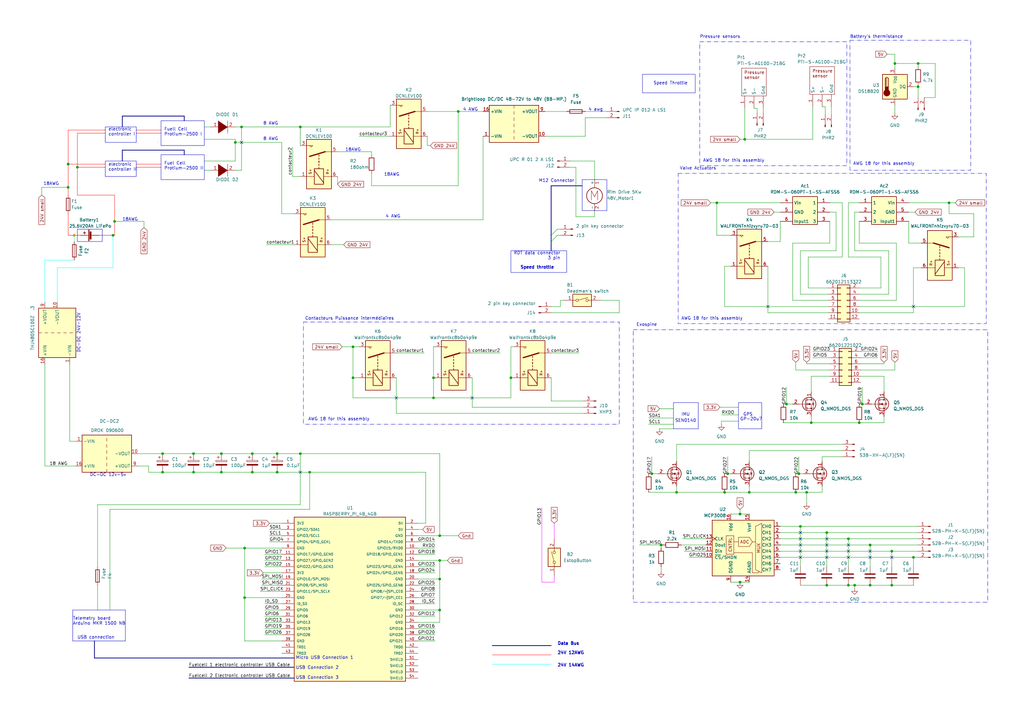
<source format=kicad_sch>
(kicad_sch (version 20230121) (generator eeschema)
  (paper "A3")
  (junction (at 90.805 186.055))
  (junction (at 322.58 165.735))
  (junction (at 46.355 96.52))
  (junction (at 376.555 35.56))
  (junction (at 144.78 142.24))
  (junction (at 339.09 240.03))
  (junction (at 376.555 26.035))
  (junction (at 103.505 186.055))
  (junction (at 27.94 76.835))
  (junction (at 347.98 240.03))
  (junction (at 123.19 186.055))
  (junction (at 305.435 57.15))
  (junction (at 389.255 83.185))
  (junction (at 374.65 228.6))
  (junction (at 352.425 173.355))
  (junction (at 177.8 163.195))
  (junction (at 90.805 193.675))
  (junction (at 79.375 193.675))
  (junction (at 298.45 194.31))
  (junction (at 365.76 226.06))
  (junction (at 339.09 218.44))
  (junction (at 113.665 193.675))
  (junction (at 347.98 220.98))
  (junction (at 180.34 250.19))
  (junction (at 367.03 26.035))
  (junction (at 180.34 219.71))
  (junction (at 31.75 68.58))
  (junction (at 267.335 194.31))
  (junction (at 99.06 52.07))
  (junction (at 330.835 201.93))
  (junction (at 326.39 201.93))
  (junction (at 144.78 154.94))
  (junction (at 187.96 45.72))
  (junction (at 123.19 52.07))
  (junction (at 332.74 173.355))
  (junction (at 180.34 229.87))
  (junction (at 66.675 186.055))
  (junction (at 350.52 240.03))
  (junction (at 307.34 201.93))
  (junction (at 294.005 83.185))
  (junction (at 66.675 193.675))
  (junction (at 30.48 96.52) (color 221 133 0 1))
  (junction (at 303.53 210.82))
  (junction (at 177.8 154.94))
  (junction (at 113.665 186.055))
  (junction (at 209.55 154.94))
  (junction (at 79.375 186.055))
  (junction (at 100.33 245.11))
  (junction (at 96.52 58.42))
  (junction (at 303.53 238.76))
  (junction (at 356.87 240.03))
  (junction (at 271.145 223.52))
  (junction (at 127 193.675))
  (junction (at 277.495 201.93))
  (junction (at 353.695 165.735))
  (junction (at 46.99 90.805))
  (junction (at 27.94 67.31))
  (junction (at 365.76 240.03))
  (junction (at 327.66 194.31))
  (junction (at 100.33 224.79))
  (junction (at 103.505 193.675))
  (junction (at 356.87 223.52))
  (junction (at 297.18 201.93))
  (junction (at 180.34 237.49))
  (junction (at 328.295 215.9))
  (no_connect (at 347.98 223.52))
  (no_connect (at 123.19 193.675))
  (no_connect (at 314.96 125.73))
  (no_connect (at 365.76 228.6))
  (no_connect (at 339.09 228.6))
  (no_connect (at 374.65 125.73))
  (no_connect (at 328.295 228.6))
  (no_connect (at 356.87 226.06))
  (no_connect (at 347.98 226.06))
  (no_connect (at 347.98 228.6))
  (no_connect (at 328.295 226.06))
  (no_connect (at 99.06 58.42))
  (no_connect (at 162.56 163.195))
  (no_connect (at 356.87 228.6))
  (no_connect (at 193.675 163.195))
  (no_connect (at 339.09 226.06))
  (no_connect (at 328.295 220.98))
  (no_connect (at 339.09 220.98))
  (no_connect (at 339.09 223.52))
  (no_connect (at 328.295 218.44))
  (no_connect (at 328.295 223.52))
  (bus_entry (at 228.6 93.98) (size -2.54 2.54))
  (bus_entry (at 228.6 96.52) (size -2.54 2.54))
  (wire (pts (xy 277.495 199.39) (xy 277.495 201.93)))
  (wire (pts (xy 362.585 154.305) (xy 362.585 160.655)))
  (wire (pts (xy 152.4 62.23) (xy 152.4 63.5)))
  (wire (pts (xy 340.36 86.995) (xy 342.9 86.995)))
  (wire (pts (xy 110.49 222.25) (xy 115.57 222.25)))
  (wire (pts (xy 374.65 240.03) (xy 365.76 240.03)))
  (bus (pts (xy 77.47 273.685) (xy 120.65 273.685)))
  (wire (pts (xy 162.56 144.78) (xy 173.99 144.78)))
  (wire (pts (xy 178.435 222.25) (xy 171.45 222.25)))
  (wire (pts (xy 294.005 83.185) (xy 320.04 83.185)))
  (polyline (pts (xy 29.845 250.19) (xy 29.845 262.89)))
  (wire (pts (xy 353.06 149.225) (xy 362.585 149.225)))
  (wire (pts (xy 83.82 52.07) (xy 86.36 52.07)))
  (wire (pts (xy 178.435 262.89) (xy 171.45 262.89)))
  (wire (pts (xy 120.65 100.33) (xy 109.22 100.33)))
  (wire (pts (xy 107.315 237.49) (xy 115.57 237.49)))
  (wire (pts (xy 330.835 201.93) (xy 337.185 201.93)))
  (wire (pts (xy 280.67 226.06) (xy 289.56 226.06)))
  (wire (pts (xy 254 128.27) (xy 254 123.19)))
  (wire (pts (xy 180.34 250.19) (xy 180.34 255.27)))
  (wire (pts (xy 79.375 186.055) (xy 90.805 186.055)))
  (wire (pts (xy 223.52 45.72) (xy 232.41 45.72)))
  (wire (pts (xy 337.185 201.93) (xy 337.185 199.39)))
  (wire (pts (xy 367.665 99.695) (xy 367.665 123.19)))
  (wire (pts (xy 187.96 45.72) (xy 187.96 76.2)))
  (wire (pts (xy 178.435 242.57) (xy 171.45 242.57)))
  (wire (pts (xy 364.49 120.65) (xy 352.425 120.65)))
  (wire (pts (xy 352.425 86.995) (xy 350.52 86.995)))
  (wire (pts (xy 113.665 193.675) (xy 127 193.675)))
  (wire (pts (xy 178.435 245.11) (xy 171.45 245.11)))
  (wire (pts (xy 226.06 164.465) (xy 226.06 154.94)))
  (wire (pts (xy 298.45 187.325) (xy 298.45 194.31)))
  (wire (pts (xy 347.98 105.41) (xy 361.315 105.41)))
  (wire (pts (xy 331.47 105.41) (xy 331.47 118.11)))
  (wire (pts (xy 340.36 151.765) (xy 326.39 151.765)))
  (wire (pts (xy 55.88 54.61) (xy 66.04 54.61)) (stroke (width 0) (color 255 0 0 1)))
  (wire (pts (xy 305.435 57.15) (xy 333.375 57.15)))
  (wire (pts (xy 340.36 149.225) (xy 330.835 149.225)))
  (wire (pts (xy 239.395 167.005) (xy 193.675 167.005)))
  (wire (pts (xy 23.495 109.855) (xy 23.495 123.825)) (stroke (width 0) (color 0 255 255 1)))
  (wire (pts (xy 100.33 245.11) (xy 115.57 245.11)))
  (wire (pts (xy 330.835 206.375) (xy 330.835 201.93)))
  (wire (pts (xy 115.57 87.63) (xy 120.65 87.63)))
  (wire (pts (xy 30.48 96.52) (xy 30.48 99.06)) (stroke (width 0) (color 0 255 255 1)))
  (wire (pts (xy 138.43 72.39) (xy 138.43 75.565)))
  (wire (pts (xy 340.36 99.695) (xy 325.12 99.695)))
  (wire (pts (xy 27.94 53.34) (xy 43.18 53.34)) (stroke (width 0) (color 255 0 0 1)))
  (wire (pts (xy 277.495 201.93) (xy 297.18 201.93)))
  (wire (pts (xy 171.45 255.27) (xy 180.34 255.27)))
  (wire (pts (xy 339.09 218.44) (xy 320.04 218.44)))
  (wire (pts (xy 340.36 83.185) (xy 345.44 83.185)))
  (wire (pts (xy 27.94 96.52) (xy 30.48 96.52)) (stroke (width 0) (color 255 0 0 1)))
  (wire (pts (xy 103.505 186.055) (xy 113.665 186.055)))
  (wire (pts (xy 99.06 52.07) (xy 99.06 69.85)) (stroke (width 0) (color 0 132 0 1)))
  (wire (pts (xy 144.78 154.94) (xy 147.32 154.94)))
  (wire (pts (xy 108.585 227.33) (xy 115.57 227.33)))
  (wire (pts (xy 222.25 238.76) (xy 227.33 238.76)) (stroke (width 0) (color 255 0 255 1)))
  (wire (pts (xy 233.68 66.04) (xy 243.84 66.04)))
  (wire (pts (xy 110.49 214.63) (xy 115.57 214.63)))
  (wire (pts (xy 60.96 193.675) (xy 66.675 193.675)))
  (wire (pts (xy 108.585 252.73) (xy 115.57 252.73)))
  (wire (pts (xy 298.45 194.31) (xy 299.72 194.31)))
  (wire (pts (xy 376.555 228.6) (xy 374.65 228.6)))
  (wire (pts (xy 171.45 219.71) (xy 180.34 219.71)))
  (wire (pts (xy 325.12 123.19) (xy 339.725 123.19)))
  (wire (pts (xy 314.96 128.27) (xy 339.725 128.27)))
  (wire (pts (xy 277.495 182.245) (xy 345.44 182.245)))
  (wire (pts (xy 90.805 193.675) (xy 103.505 193.675)))
  (wire (pts (xy 372.745 99.695) (xy 372.745 90.805)))
  (wire (pts (xy 108.585 247.65) (xy 115.57 247.65)))
  (wire (pts (xy 267.335 194.31) (xy 269.875 194.31)))
  (wire (pts (xy 240.03 55.88) (xy 240.03 48.26)))
  (wire (pts (xy 144.78 142.24) (xy 144.78 154.94)))
  (wire (pts (xy 46.99 90.805) (xy 46.99 96.52)) (stroke (width 0) (color 255 0 0 1)))
  (wire (pts (xy 339.09 218.44) (xy 339.09 232.41)))
  (wire (pts (xy 144.78 154.94) (xy 144.78 163.195)))
  (wire (pts (xy 374.65 109.855) (xy 374.65 128.27)))
  (wire (pts (xy 79.375 193.675) (xy 90.805 193.675)))
  (wire (pts (xy 40.005 240.03) (xy 40.005 250.19)))
  (wire (pts (xy 17.145 76.835) (xy 27.94 76.835)))
  (wire (pts (xy 178.435 232.41) (xy 171.45 232.41)))
  (wire (pts (xy 352.425 173.355) (xy 362.585 173.355)))
  (wire (pts (xy 353.695 165.735) (xy 354.965 165.735)))
  (wire (pts (xy 352.425 83.185) (xy 347.98 83.185)))
  (wire (pts (xy 31.75 68.58) (xy 43.18 68.58)) (stroke (width 0) (color 255 0 0 1)))
  (wire (pts (xy 322.58 158.75) (xy 322.58 165.735)))
  (bus (pts (xy 120.65 278.13) (xy 77.47 278.13)))
  (wire (pts (xy 180.34 229.87) (xy 180.34 237.49)))
  (wire (pts (xy 123.19 186.055) (xy 123.19 207.01)))
  (wire (pts (xy 108.585 229.87) (xy 115.57 229.87)))
  (wire (pts (xy 178.435 247.65) (xy 171.45 247.65)))
  (wire (pts (xy 307.34 184.785) (xy 345.44 184.785)))
  (wire (pts (xy 372.745 83.185) (xy 389.255 83.185)))
  (wire (pts (xy 333.375 57.15) (xy 333.375 43.815)))
  (wire (pts (xy 110.49 219.71) (xy 115.57 219.71)))
  (wire (pts (xy 174.625 214.63) (xy 171.45 214.63)))
  (wire (pts (xy 340.36 90.805) (xy 340.36 99.695)))
  (wire (pts (xy 108.585 260.35) (xy 115.57 260.35)))
  (wire (pts (xy 178.435 227.33) (xy 171.45 227.33)))
  (wire (pts (xy 297.18 201.93) (xy 307.34 201.93)))
  (wire (pts (xy 389.255 83.185) (xy 391.795 83.185)))
  (wire (pts (xy 332.74 173.355) (xy 352.425 173.355)))
  (wire (pts (xy 297.18 194.31) (xy 298.45 194.31)))
  (wire (pts (xy 295.91 170.18) (xy 302.895 170.18)))
  (wire (pts (xy 180.34 237.49) (xy 180.34 250.19)))
  (wire (pts (xy 66.675 193.675) (xy 79.375 193.675)))
  (wire (pts (xy 360.045 146.685) (xy 353.06 146.685)))
  (wire (pts (xy 295.275 167.005) (xy 302.895 167.005)))
  (wire (pts (xy 320.04 215.9) (xy 328.295 215.9)))
  (wire (pts (xy 356.87 223.52) (xy 356.87 232.41)))
  (wire (pts (xy 326.39 201.93) (xy 330.835 201.93)))
  (wire (pts (xy 347.98 220.98) (xy 347.98 232.41)))
  (wire (pts (xy 271.145 223.52) (xy 271.145 224.79)))
  (wire (pts (xy 31.115 180.975) (xy 28.575 180.975)))
  (wire (pts (xy 254 123.19) (xy 246.38 123.19)))
  (wire (pts (xy 356.87 240.03) (xy 350.52 240.03)))
  (wire (pts (xy 100.33 245.11) (xy 100.33 262.89)))
  (wire (pts (xy 337.185 187.325) (xy 345.44 187.325)))
  (polyline (pts (xy 51.435 250.19) (xy 51.435 262.89)))
  (wire (pts (xy 96.52 66.04) (xy 96.52 58.42)))
  (wire (pts (xy 294.005 83.185) (xy 291.465 83.185)))
  (wire (pts (xy 307.34 201.93) (xy 326.39 201.93)))
  (wire (pts (xy 389.255 87.63) (xy 389.255 83.185)))
  (wire (pts (xy 310.515 44.45) (xy 310.515 46.355)))
  (wire (pts (xy 364.49 102.87) (xy 364.49 120.65)))
  (wire (pts (xy 399.415 97.155) (xy 399.415 87.63)))
  (wire (pts (xy 266.065 171.45) (xy 276.225 171.45)))
  (wire (pts (xy 177.8 154.94) (xy 178.435 154.94)))
  (wire (pts (xy 266.065 173.99) (xy 276.225 173.99)))
  (wire (pts (xy 209.55 154.94) (xy 210.82 154.94)))
  (wire (pts (xy 350.52 86.995) (xy 350.52 102.87)))
  (wire (pts (xy 374.65 128.27) (xy 352.425 128.27)))
  (wire (pts (xy 338.455 46.99) (xy 338.455 43.815)))
  (wire (pts (xy 362.585 148.59) (xy 362.585 149.225)))
  (wire (pts (xy 138.43 62.23) (xy 152.4 62.23)))
  (wire (pts (xy 314.96 109.22) (xy 314.96 128.27)))
  (wire (pts (xy 222.25 208.28) (xy 222.25 238.76)) (stroke (width 0) (color 255 0 255 1)))
  (wire (pts (xy 18.415 106.68) (xy 18.415 123.825)) (stroke (width 0) (color 0 255 255 1)))
  (wire (pts (xy 277.495 189.23) (xy 277.495 182.245)))
  (wire (pts (xy 313.055 44.45) (xy 313.055 46.355)))
  (wire (pts (xy 331.47 118.11) (xy 339.725 118.11)))
  (wire (pts (xy 135.89 90.17) (xy 198.12 90.17)))
  (wire (pts (xy 367.665 123.19) (xy 352.425 123.19)))
  (wire (pts (xy 367.03 22.225) (xy 367.03 26.035)))
  (wire (pts (xy 353.06 144.145) (xy 360.045 144.145)))
  (wire (pts (xy 27.94 87.63) (xy 27.94 96.52)) (stroke (width 0) (color 255 0 0 1)))
  (wire (pts (xy 28.575 149.225) (xy 28.575 180.975)))
  (wire (pts (xy 178.435 257.81) (xy 171.45 257.81)))
  (wire (pts (xy 305.435 44.45) (xy 305.435 57.15)))
  (wire (pts (xy 18.415 149.225) (xy 18.415 191.135)))
  (wire (pts (xy 377.825 99.695) (xy 372.745 99.695)))
  (wire (pts (xy 289.56 220.98) (xy 280.035 220.98)))
  (wire (pts (xy 361.315 105.41) (xy 361.315 118.11)))
  (wire (pts (xy 376.555 34.925) (xy 376.555 35.56)))
  (wire (pts (xy 376.555 223.52) (xy 356.87 223.52)))
  (wire (pts (xy 393.065 97.155) (xy 399.415 97.155)))
  (wire (pts (xy 345.44 83.185) (xy 345.44 105.41)))
  (bus (pts (xy 50.165 61.595) (xy 50.165 66.04)))
  (bus (pts (xy 226.06 99.06) (xy 226.06 102.87)))
  (wire (pts (xy 239.395 169.545) (xy 162.56 169.545)))
  (wire (pts (xy 333.375 144.145) (xy 340.36 144.145)))
  (wire (pts (xy 193.675 167.005) (xy 193.675 154.94)))
  (wire (pts (xy 270.51 167.64) (xy 276.225 167.64)))
  (wire (pts (xy 83.82 57.15) (xy 96.52 57.15)))
  (wire (pts (xy 289.56 223.52) (xy 279.4 223.52)))
  (wire (pts (xy 320.04 99.06) (xy 320.04 90.805)))
  (wire (pts (xy 367.03 26.035) (xy 376.555 26.035)))
  (wire (pts (xy 383.54 26.035) (xy 376.555 26.035)))
  (wire (pts (xy 236.22 88.9) (xy 243.84 88.9)))
  (wire (pts (xy 376.555 220.98) (xy 347.98 220.98)))
  (wire (pts (xy 356.87 223.52) (xy 320.04 223.52)))
  (wire (pts (xy 376.555 226.06) (xy 365.76 226.06)))
  (wire (pts (xy 375.285 86.995) (xy 372.745 86.995)))
  (wire (pts (xy 55.88 68.58) (xy 66.04 68.58)) (stroke (width 0) (color 255 0 0 1)))
  (wire (pts (xy 173.355 217.17) (xy 171.45 217.17)))
  (wire (pts (xy 328.295 215.9) (xy 328.295 232.41)))
  (polyline (pts (xy 51.435 262.89) (xy 29.845 262.89)))
  (bus (pts (xy 75.565 47.625) (xy 75.565 49.53)))
  (wire (pts (xy 347.98 220.98) (xy 320.04 220.98)))
  (wire (pts (xy 367.03 26.035) (xy 367.03 27.94)))
  (wire (pts (xy 327.66 194.31) (xy 329.565 194.31)))
  (wire (pts (xy 108.585 257.81) (xy 115.57 257.81)))
  (wire (pts (xy 347.98 240.03) (xy 339.09 240.03)))
  (wire (pts (xy 40.64 96.52) (xy 46.355 96.52)) (stroke (width 0) (color 255 0 0 1)))
  (wire (pts (xy 239.395 164.465) (xy 226.06 164.465)))
  (wire (pts (xy 123.19 207.01) (xy 40.005 207.01)))
  (wire (pts (xy 350.52 102.87) (xy 364.49 102.87)))
  (wire (pts (xy 229.87 123.19) (xy 229.87 125.73)))
  (wire (pts (xy 297.18 125.73) (xy 297.18 109.22)))
  (wire (pts (xy 187.96 45.72) (xy 198.12 45.72)))
  (wire (pts (xy 46.355 96.52) (xy 46.355 109.855)) (stroke (width 0) (color 0 255 255 1)))
  (wire (pts (xy 45.085 208.915) (xy 45.085 250.19)))
  (wire (pts (xy 326.39 148.59) (xy 326.39 151.765)))
  (wire (pts (xy 243.84 66.04) (xy 243.84 73.66)))
  (wire (pts (xy 113.665 186.055) (xy 123.19 186.055)))
  (wire (pts (xy 193.675 144.78) (xy 205.105 144.78)))
  (bus (pts (xy 75.565 61.595) (xy 50.165 61.595)))
  (wire (pts (xy 103.505 193.675) (xy 113.665 193.675)))
  (wire (pts (xy 352.425 125.73) (xy 395.605 125.73)))
  (wire (pts (xy 177.8 163.195) (xy 177.8 154.94)))
  (wire (pts (xy 96.52 58.42) (xy 96.52 57.15)))
  (wire (pts (xy 322.58 165.735) (xy 325.12 165.735)))
  (wire (pts (xy 317.5 86.995) (xy 320.04 86.995)))
  (wire (pts (xy 383.54 40.005) (xy 383.54 26.035)))
  (wire (pts (xy 395.605 125.73) (xy 395.605 109.855)))
  (wire (pts (xy 209.55 163.195) (xy 209.55 154.94)))
  (wire (pts (xy 175.26 59.69) (xy 176.53 59.69)))
  (wire (pts (xy 307.34 199.39) (xy 307.34 201.93)))
  (wire (pts (xy 282.575 228.6) (xy 289.56 228.6)))
  (wire (pts (xy 395.605 109.855) (xy 393.065 109.855)))
  (wire (pts (xy 180.34 229.87) (xy 171.45 229.87)))
  (wire (pts (xy 209.55 142.24) (xy 210.82 142.24)))
  (wire (pts (xy 55.88 67.31) (xy 66.04 67.31)) (stroke (width 0) (color 255 0 0 1)))
  (wire (pts (xy 328.295 120.65) (xy 339.725 120.65)))
  (wire (pts (xy 100.33 224.79) (xy 100.33 245.11)))
  (wire (pts (xy 353.06 154.305) (xy 362.585 154.305)))
  (wire (pts (xy 340.995 43.815) (xy 340.995 46.99)))
  (wire (pts (xy 352.425 90.805) (xy 352.425 99.695)))
  (wire (pts (xy 328.295 215.9) (xy 376.555 215.9)))
  (wire (pts (xy 27.94 67.31) (xy 43.18 67.31)) (stroke (width 0) (color 255 0 0 1)))
  (wire (pts (xy 127 193.675) (xy 174.625 193.675)))
  (wire (pts (xy 59.055 90.805) (xy 59.055 93.345)))
  (wire (pts (xy 248.92 45.72) (xy 240.03 45.72)))
  (wire (pts (xy 140.335 142.24) (xy 144.78 142.24)))
  (wire (pts (xy 376.555 26.035) (xy 376.555 27.305)))
  (wire (pts (xy 31.75 68.58) (xy 31.75 80.01)) (stroke (width 0) (color 255 0 0 1)))
  (bus (pts (xy 226.06 76.2) (xy 226.06 96.52)))
  (wire (pts (xy 271.145 223.52) (xy 262.255 223.52)))
  (wire (pts (xy 307.34 238.76) (xy 303.53 238.76)))
  (wire (pts (xy 266.065 201.93) (xy 277.495 201.93)))
  (wire (pts (xy 96.52 58.42) (xy 115.57 58.42)))
  (wire (pts (xy 152.4 76.2) (xy 187.96 76.2)))
  (wire (pts (xy 160.02 43.18) (xy 160.02 52.07)))
  (bus (pts (xy 75.565 47.625) (xy 50.165 47.625)))
  (wire (pts (xy 31.115 191.135) (xy 18.415 191.135)))
  (wire (pts (xy 127 193.675) (xy 127 208.915)))
  (wire (pts (xy 100.33 262.89) (xy 115.57 262.89)))
  (bus (pts (xy 120.65 269.875) (xy 38.735 269.875)))
  (wire (pts (xy 108.585 255.27) (xy 115.57 255.27)))
  (wire (pts (xy 56.515 186.055) (xy 66.675 186.055)))
  (wire (pts (xy 108.585 232.41) (xy 115.57 232.41)))
  (wire (pts (xy 228.6 96.52) (xy 229.87 96.52)))
  (wire (pts (xy 178.435 240.03) (xy 171.45 240.03)))
  (wire (pts (xy 376.555 35.56) (xy 376.555 40.005)))
  (wire (pts (xy 178.435 260.35) (xy 171.45 260.35)))
  (wire (pts (xy 180.34 186.055) (xy 123.19 186.055)))
  (wire (pts (xy 90.805 186.055) (xy 103.505 186.055)))
  (wire (pts (xy 40.005 207.01) (xy 40.005 232.41)))
  (wire (pts (xy 231.14 123.19) (xy 229.87 123.19)))
  (wire (pts (xy 294.005 83.185) (xy 294.005 96.52)))
  (polyline (pts (xy 29.845 250.19) (xy 51.435 250.19)))
  (wire (pts (xy 46.355 96.52) (xy 46.99 96.52)) (stroke (width 0) (color 255 0 0 1)))
  (wire (pts (xy 120.015 72.39) (xy 123.19 72.39)))
  (wire (pts (xy 353.06 151.765) (xy 367.03 151.765)))
  (wire (pts (xy 100.33 224.79) (xy 115.57 224.79)))
  (wire (pts (xy 365.76 226.06) (xy 365.76 232.41)))
  (wire (pts (xy 92.71 224.79) (xy 100.33 224.79)))
  (wire (pts (xy 229.87 125.73) (xy 226.06 125.73)))
  (wire (pts (xy 27.94 53.34) (xy 27.94 67.31)) (stroke (width 0) (color 255 0 0 1)))
  (wire (pts (xy 227.33 214.63) (xy 227.33 220.98)) (stroke (width 0) (color 255 0 255 1)))
  (wire (pts (xy 325.12 99.695) (xy 325.12 123.19)))
  (wire (pts (xy 337.185 189.23) (xy 337.185 187.325)))
  (bus (pts (xy 226.06 76.2) (xy 238.76 76.2)))
  (wire (pts (xy 180.34 237.49) (xy 171.45 237.49)))
  (wire (pts (xy 160.02 52.07) (xy 129.54 52.07)))
  (wire (pts (xy 175.26 55.88) (xy 175.26 59.69)))
  (wire (pts (xy 46.99 80.01) (xy 46.99 90.805)) (stroke (width 0) (color 255 0 0 1)))
  (wire (pts (xy 243.84 88.9) (xy 243.84 86.36)))
  (wire (pts (xy 180.34 186.055) (xy 180.34 219.71)))
  (wire (pts (xy 226.06 128.27) (xy 254 128.27)))
  (wire (pts (xy 233.68 68.58) (xy 236.22 68.58)))
  (wire (pts (xy 365.76 226.06) (xy 320.04 226.06)))
  (wire (pts (xy 367.03 46.355) (xy 367.03 43.18)))
  (wire (pts (xy 352.425 165.735) (xy 353.695 165.735)))
  (wire (pts (xy 177.8 142.24) (xy 178.435 142.24)))
  (bus (pts (xy 201.93 264.795) (xy 226.06 264.795)))
  (wire (pts (xy 314.96 99.06) (xy 320.04 99.06)))
  (wire (pts (xy 115.57 58.42) (xy 115.57 87.63)))
  (wire (pts (xy 123.19 52.07) (xy 123.19 59.69)) (stroke (width 0) (color 0 132 0 1)))
  (wire (pts (xy 83.82 66.04) (xy 96.52 66.04)))
  (wire (pts (xy 266.065 194.31) (xy 267.335 194.31)))
  (wire (pts (xy 60.96 193.675) (xy 60.96 191.135)))
  (wire (pts (xy 108.585 250.19) (xy 115.57 250.19)))
  (wire (pts (xy 96.52 52.07) (xy 99.06 52.07)) (stroke (width 0) (color 0 132 0 1)))
  (wire (pts (xy 17.145 76.835) (xy 17.145 80.01)))
  (wire (pts (xy 350.52 240.03) (xy 350.52 241.3)))
  (wire (pts (xy 110.49 217.17) (xy 115.57 217.17)))
  (wire (pts (xy 342.9 86.995) (xy 342.9 102.87)))
  (wire (pts (xy 178.435 252.73) (xy 171.45 252.73)))
  (bus (pts (xy 75.565 61.595) (xy 75.565 63.5)))
  (wire (pts (xy 140.97 100.33) (xy 135.89 100.33)))
  (wire (pts (xy 327.66 187.325) (xy 327.66 194.31)))
  (wire (pts (xy 174.625 193.675) (xy 174.625 214.63)))
  (wire (pts (xy 147.32 55.88) (xy 160.02 55.88)))
  (wire (pts (xy 321.31 165.735) (xy 322.58 165.735)))
  (wire (pts (xy 107.95 234.95) (xy 115.57 234.95)))
  (wire (pts (xy 229.87 93.98) (xy 228.6 93.98)))
  (wire (pts (xy 175.26 45.72) (xy 187.96 45.72)))
  (wire (pts (xy 270.51 175.895) (xy 276.225 175.895)))
  (wire (pts (xy 271.145 232.41) (xy 271.145 234.315)))
  (wire (pts (xy 399.415 87.63) (xy 389.255 87.63)))
  (wire (pts (xy 177.8 163.195) (xy 209.55 163.195)))
  (wire (pts (xy 201.93 268.605) (xy 226.06 268.605)) (stroke (width 0) (color 255 0 0 1)))
  (wire (pts (xy 345.44 105.41) (xy 331.47 105.41)))
  (wire (pts (xy 106.68 242.57) (xy 115.57 242.57)))
  (wire (pts (xy 342.9 102.87) (xy 328.295 102.87)))
  (wire (pts (xy 177.8 154.94) (xy 177.8 142.24)))
  (wire (pts (xy 374.65 109.855) (xy 377.825 109.855)))
  (wire (pts (xy 361.315 118.11) (xy 352.425 118.11)))
  (wire (pts (xy 147.32 142.24) (xy 144.78 142.24)))
  (wire (pts (xy 31.75 80.01) (xy 46.99 80.01)) (stroke (width 0) (color 255 0 0 1)))
  (wire (pts (xy 350.52 240.03) (xy 347.98 240.03)))
  (wire (pts (xy 46.99 90.805) (xy 59.055 90.805)))
  (wire (pts (xy 362.585 170.815) (xy 362.585 173.355)))
  (bus (pts (xy 38.735 262.89) (xy 38.735 269.875)))
  (wire (pts (xy 96.52 69.85) (xy 99.06 69.85)) (stroke (width 0) (color 0 132 0 1)))
  (wire (pts (xy 83.82 69.85) (xy 86.36 69.85)))
  (wire (pts (xy 226.06 144.78) (xy 237.49 144.78)))
  (wire (pts (xy 127 208.915) (xy 45.085 208.915)))
  (wire (pts (xy 379.095 40.005) (xy 383.54 40.005)))
  (wire (pts (xy 330.835 148.59) (xy 330.835 149.225)))
  (wire (pts (xy 294.005 96.52) (xy 299.72 96.52)))
  (wire (pts (xy 180.34 250.19) (xy 171.45 250.19)))
  (wire (pts (xy 201.93 272.415) (xy 226.06 272.415)) (stroke (width 0) (color 0 255 255 1)))
  (wire (pts (xy 178.435 224.79) (xy 171.45 224.79)))
  (wire (pts (xy 374.65 35.56) (xy 376.555 35.56)))
  (wire (pts (xy 352.425 99.695) (xy 367.665 99.695)))
  (wire (pts (xy 120.015 72.39) (xy 120.015 60.325)))
  (wire (pts (xy 333.375 146.685) (xy 340.36 146.685)))
  (wire (pts (xy 236.22 68.58) (xy 236.22 88.9)))
  (wire (pts (xy 321.31 173.355) (xy 332.74 173.355)))
  (wire (pts (xy 328.295 102.87) (xy 328.295 120.65)))
  (wire (pts (xy 374.65 228.6) (xy 374.65 232.41)))
  (wire (pts (xy 363.855 22.225) (xy 367.03 22.225)))
  (wire (pts (xy 209.55 154.94) (xy 209.55 142.24)))
  (wire (pts (xy 337.185 43.815) (xy 338.455 43.815)))
  (wire (pts (xy 152.4 71.12) (xy 152.4 76.2)))
  (wire (pts (xy 30.48 96.52) (xy 33.02 96.52)) (stroke (width 0) (color 255 0 0 1)))
  (wire (pts (xy 295.91 172.72) (xy 295.91 173.99)))
  (wire (pts (xy 302.895 172.72) (xy 295.91 172.72)))
  (wire (pts (xy 299.72 210.82) (xy 303.53 210.82)))
  (wire (pts (xy 227.33 236.22) (xy 227.33 238.76)) (stroke (width 0) (color 255 0 255 1)))
  (wire (pts (xy 332.74 160.655) (xy 332.74 154.305)))
  (wire (pts (xy 55.88 53.34) (xy 66.04 53.34)) (stroke (width 0) (color 255 0 0 1)))
  (wire (pts (xy 223.52 55.88) (xy 240.03 55.88)))
  (wire (pts (xy 23.495 109.855) (xy 46.355 109.855)) (stroke (width 0) (color 0 255 255 1)))
  (wire (pts (xy 99.06 52.07) (xy 123.19 52.07)) (stroke (width 0) (color 0 132 0 1)))
  (wire (pts (xy 297.18 109.22) (xy 299.72 109.22)))
  (wire (pts (xy 240.03 48.26) (xy 248.92 48.26)))
  (wire (pts (xy 56.515 191.135) (xy 60.96 191.135)))
  (wire (pts (xy 66.675 186.055) (xy 79.375 186.055)))
  (bus (pts (xy 226.06 96.52) (xy 226.06 99.06)))
  (wire (pts (xy 198.12 55.88) (xy 198.12 90.17)))
  (wire (pts (xy 162.56 169.545) (xy 162.56 154.94)))
  (wire (pts (xy 31.75 54.61) (xy 43.18 54.61)) (stroke (width 0) (color 255 0 0 1)))
  (wire (pts (xy 27.94 76.835) (xy 27.94 80.01)) (stroke (width 0) (color 255 0 0 1)))
  (wire (pts (xy 267.335 187.325) (xy 267.335 194.31)))
  (wire (pts (xy 347.98 83.185) (xy 347.98 105.41)))
  (wire (pts (xy 31.75 54.61) (xy 31.75 68.58)) (stroke (width 0) (color 255 0 0 1)))
  (wire (pts (xy 353.695 158.75) (xy 353.695 165.735)))
  (wire (pts (xy 107.315 240.03) (xy 115.57 240.03)))
  (wire (pts (xy 271.145 223.52) (xy 271.78 223.52)))
  (wire (pts (xy 326.39 194.31) (xy 327.66 194.31)))
  (wire (pts (xy 303.53 210.82) (xy 307.34 210.82)))
  (wire (pts (xy 144.78 163.195) (xy 177.8 163.195)))
  (wire (pts (xy 332.74 154.305) (xy 340.36 154.305)))
  (wire (pts (xy 27.94 67.31) (xy 27.94 76.835)) (stroke (width 0) (color 255 0 0 1)))
  (wire (pts (xy 178.435 234.95) (xy 171.45 234.95)))
  (wire (pts (xy 328.295 240.03) (xy 339.09 240.03)))
  (wire (pts (xy 307.34 189.23) (xy 307.34 184.785)))
  (wire (pts (xy 309.245 44.45) (xy 310.515 44.45)))
  (wire (pts (xy 367.03 148.59) (xy 367.03 151.765)))
  (wire (pts (xy 180.34 229.87) (xy 183.515 229.87)))
  (wire (pts (xy 187.96 219.71) (xy 180.34 219.71)))
  (wire (pts (xy 332.74 170.815) (xy 332.74 173.355)))
  (wire (pts (xy 376.555 218.44) (xy 339.09 218.44)))
  (wire (pts (xy 123.19 52.07) (xy 129.54 52.07)) (stroke (width 0) (color 0 132 0 1)))
  (wire (pts (xy 303.53 208.915) (xy 303.53 210.82)))
  (wire (pts (xy 365.76 240.03) (xy 356.87 240.03)))
  (wire (pts (xy 374.65 228.6) (xy 320.04 228.6)))
  (wire (pts (xy 303.53 57.15) (xy 305.435 57.15)))
  (bus (pts (xy 50.165 47.625) (xy 50.165 52.07)))
  (wire (pts (xy 303.53 238.76) (xy 299.72 238.76)))
  (wire (pts (xy 30.48 106.68) (xy 18.415 106.68)) (stroke (width 0) (color 0 255 255 1)))
  (wire (pts (xy 339.725 125.73) (xy 297.18 125.73)))
  (rectangle (start 287.02 17.145) (end 347.345 67.945) (stroke (width 0) (type dash_dot)))
  (rectangle (start 66.04 63.5) (end 83.82 73.66))
  (rectangle (start 209.55 102.87) (end 232.41 111.76))
  (rectangle (start 124.46 132.08) (end 254 173.99) (stroke (width 0) (type dash_dot)))
  (rectangle (start 276.225 165.1) (end 286.385 175.895))
  (rectangle (start 43.18 66.04) (end 55.88 72.39))
  (rectangle (start 348.615 16.51) (end 398.145 69.85) (stroke (width 0) (type dash_dot)))
  (rectangle (start 64.77 58.42) (end 64.77 58.42))
  (rectangle (start 31.75 93.98) (end 41.91 99.06))
  (rectangle (start 238.76 73.66) (end 248.92 86.36))
  (rectangle (start 43.18 52.07) (end 55.88 58.42))
  (rectangle (start 78.74 49.53) (end 78.74 49.53))
  (rectangle (start 259.715 135.255) (end 405.13 247.015) (stroke (width 0) (type dash_dot)))
  (rectangle (start 66.04 49.53) (end 83.82 59.69))
  (rectangle (start 263.525 30.48) (end 285.115 38.1))
  (rectangle (start 302.895 165.1) (end 312.42 175.895))
  (rectangle (start 278.13 71.12) (end 404.495 132.715) (stroke (width 0) (type dash_dot)))
  (text "18AWG" (at 17.78 76.2 0) (effects (font (size 1.27 1.27)) (justify left bottom)))
  (text "4 AWG" (at 189.865 45.72 0) (effects (font (size 1.27 1.27)) (justify left bottom)))
  (text "18AWG" (at 50.165 90.805 0) (effects (font (size 1.27 1.27)) (justify left bottom)))
  (text "Speed Throttle\n" (at 267.97 34.925 0) (effects (font (size 1.27 1.27)) (justify left bottom)))
  (text "Fuell Cell \nProtium-2500 I" (at 67.31 55.88 0) (effects (font (size 1.27 1.27)) (justify left bottom)))
  (text "electronic \ncontroller II\n\n" (at 44.45 72.39 0) (effects (font (size 1.27 1.27)) (justify left bottom)))
  (text "24V 12AWG\n" (at 228.6 268.605 0) (effects (font (size 1.27 1.27) bold) (justify left bottom)))
  (text "Micro USB Connection 1\n\nUSB Connection 2\n\nUSB Connection 3\n" (at 121.285 278.765 0) (effects (font (size 1.27 1.27)) (justify left bottom)))
  (text "Contacteurs Puissance intermédiaires\n" (at 125.095 131.445 0) (effects (font (size 1.27 1.27)) (justify left bottom)))
  (text "IMU\n" (at 279.4 170.815 0) (effects (font (size 1.27 1.27)) (justify left bottom)))
  (text "18AWG" (at 157.48 72.39 0) (effects (font (size 1.27 1.27)) (justify left bottom)))
  (text "AWG 18 for this assembly\n" (at 279.4 131.445 0) (effects (font (size 1.27 1.27)) (justify left bottom)))
  (text "Battery's thermistance\n" (at 348.615 15.875 0) (effects (font (size 1.27 1.27)) (justify left bottom)))
  (text "M12 Connector" (at 220.98 74.93 0) (effects (font (size 1.27 1.27)) (justify left bottom)))
  (text "4 awg\n" (at 241.3 45.72 0) (effects (font (size 1.27 1.27)) (justify left bottom)))
  (text "USB connection\n" (at 46.99 262.255 0) (effects (font (size 1.27 1.27)) (justify right bottom)))
  (text "24V 14AWG\n" (at 228.6 273.685 0) (effects (font (size 1.27 1.27) (thickness 0.254) bold) (justify left bottom)))
  (text "RDT data connector\n3 pin\n" (at 229.87 106.68 0) (effects (font (size 1.27 1.27)) (justify right bottom)))
  (text "electronic \ncontroller I\n" (at 44.45 55.88 0) (effects (font (size 1.27 1.27)) (justify left bottom)))
  (text "Telemetry board \nArduino MKR 1500 NB" (at 29.845 256.54 0) (effects (font (size 1.27 1.27)) (justify left bottom)))
  (text "8 AWG" (at 107.95 57.785 0) (effects (font (size 1.27 1.27)) (justify left bottom)))
  (text "SEN0140" (at 276.86 173.355 0) (effects (font (size 1.27 1.27)) (justify left bottom)))
  (text "GP-20u7" (at 303.53 172.72 0) (effects (font (size 1.27 1.27)) (justify left bottom)))
  (text "Valve Actuators" (at 278.765 69.85 0) (effects (font (size 1.27 1.27)) (justify left bottom)))
  (text "DC-DC 12v-5v\n" (at 36.83 195.58 0) (effects (font (size 1.27 1.27)) (justify left bottom)))
  (text "18AWG\n" (at 141.605 62.23 0) (effects (font (size 1.27 1.27)) (justify left bottom)))
  (text "AWG 18 for this assembly\n" (at 288.29 66.675 0) (effects (font (size 1.27 1.27)) (justify left bottom)))
  (text "Speed throttle" (at 213.36 110.49 0) (effects (font (size 1.27 1.27) (thickness 0.254) bold) (justify left bottom)))
  (text "Fuel Cell \nProtium-2500 II" (at 67.31 69.85 0) (effects (font (size 1.27 1.27)) (justify left bottom)))
  (text "Exospine\n" (at 260.985 133.985 0) (effects (font (size 1.27 1.27)) (justify left bottom)))
  (text "GPS\n" (at 304.8 170.815 0) (effects (font (size 1.27 1.27)) (justify left bottom)))
  (text "AWG 18 for this assembly\n" (at 126.365 172.72 0) (effects (font (size 1.27 1.27)) (justify left bottom)))
  (text "8 AWG" (at 107.95 51.435 0) (effects (font (size 1.27 1.27)) (justify left bottom)))
  (text "Data Bus" (at 228.6 264.795 0) (effects (font (size 1.27 1.27) (thickness 0.254) bold) (justify left bottom)))
  (text "DC-DC 24V-12V" (at 33.02 144.78 90) (effects (font (size 1.27 1.27)) (justify left bottom)))
  (text "Pressure sensors\n" (at 287.02 15.875 0) (effects (font (size 1.27 1.27)) (justify left bottom)))
  (text "AWG 18 for this assembly\n" (at 349.885 67.945 0) (effects (font (size 1.27 1.27)) (justify left bottom)))
  (text "4 AWG" (at 158.115 89.535 0) (effects (font (size 1.27 1.27)) (justify left bottom)))
  (label "SPI_CLICK" (at 106.68 242.57 0))
  (label "SPI_MISO" (at 262.255 223.52 0))
  (label "SDA1" (at 110.49 217.17 0))
  (label "GPIO23" (at 333.375 144.145 0))
  (label "GPIO6" (at 108.585 252.73 0))
  (label "SPI_MOSI" (at 107.315 237.49 0))
  (label "GPIO27" (at 298.45 187.325 270))
  (label "GPIO22" (at 327.66 187.325 270))
  (label "ID_SD" (at 108.585 247.65 0))
  (label "GPIO20" (at 178.435 260.35 180))
  (label "contacteur2" (at 120.015 60.325 270))
  (label "GPIO12" (at 178.435 252.73 180))
  (label "GPIO25" (at 282.575 228.6 0))
  (label "contacteur3" (at 147.32 55.88 0))
  (label "18 AWG" (at 20.32 191.135 0))
  (label "GPIO5" (at 333.375 146.685 0))
  (label "GPIO17" (at 108.585 227.33 0))
  (label "GPIO13" (at 222.25 208.28 270))
  (label "GPIO21" (at 178.435 262.89 180))
  (label "GPIO26" (at 108.585 260.35 0))
  (label "Fuelcell 1 electronic controller USB Cable" (at 77.47 273.685 0))
  (label "ID_SC" (at 178.435 247.65 180))
  (label "GPIO27" (at 108.585 229.87 0))
  (label "GPIO22" (at 108.585 232.41 0))
  (label "GPIO12" (at 322.58 158.75 270))
  (label "GPIO13" (at 108.585 255.27 0))
  (label "GPIO16" (at 178.435 257.81 180))
  (label "GPIO19" (at 108.585 257.81 0))
  (label "contacteur3" (at 237.49 144.78 180))
  (label "contacteur1" (at 109.22 100.33 0))
  (label "SPI_CLICK" (at 280.035 220.98 0))
  (label "GPIO19" (at 353.695 158.75 270))
  (label "GPIO24" (at 178.435 234.95 180))
  (label "GPIO5" (at 108.585 250.19 0))
  (label "GPIO7" (at 178.435 245.11 180))
  (label "GPIO24" (at 360.045 144.145 180))
  (label "contacteur2" (at 205.105 144.78 180))
  (label "contacteur1" (at 173.99 144.78 180))
  (label "SDA1" (at 266.065 171.45 0))
  (label "SCL1" (at 266.065 173.99 0))
  (label "SCL1" (at 110.49 219.71 0))
  (label "GPIO14" (at 178.435 222.25 180))
  (label "SPI_MISO" (at 107.315 240.03 0))
  (label "SPI_MOSI" (at 280.67 226.06 0))
  (label "GPIO6" (at 360.045 146.685 180))
  (label "GPIO23" (at 178.435 232.41 180))
  (label "GPIO8" (at 178.435 242.57 180))
  (label "RXDO" (at 178.435 224.79 180))
  (label "RXDO" (at 295.91 170.18 0))
  (label "GPIO25" (at 178.435 240.03 180))
  (label "GPIO17" (at 267.335 187.325 270))
  (label "GPIO18" (at 178.435 227.33 180))
  (label "GPIO4" (at 110.49 222.25 0))
  (label "Fuelcell 2 Electronic controller USB Cable" (at 77.47 278.13 0))
  (global_label "GND" (shape input) (at 92.71 224.79 180) (property "Intersheetrefs" "${INTERSHEET_REFS}" (effects hide)))
  (global_label "5V" (shape input) (at 270.51 167.64 180) (property "Intersheetrefs" "${INTERSHEET_REFS}" (effects hide)))
  (global_label "GND 24V" (shape input) (at 317.5 86.995 180) (property "Intersheetrefs" "${INTERSHEET_REFS}" (effects hide)))
  (global_label "3.3V" (shape input) (at 295.275 167.005 180) (property "Intersheetrefs" "${INTERSHEET_REFS}" (effects hide)))
  (global_label "3.3V" (shape input) (at 110.49 214.63 180) (property "Intersheetrefs" "${INTERSHEET_REFS}" (effects hide)))
  (global_label "24V small" (shape input) (at 291.465 83.185 180) (property "Intersheetrefs" "${INTERSHEET_REFS}" (effects hide)))
  (global_label "5V" (shape input) (at 363.855 22.225 180) (property "Intersheetrefs" "${INTERSHEET_REFS}" (effects hide)))
  (global_label "GND 24V" (shape input) (at 176.53 59.69 0) (property "Intersheetrefs" "${INTERSHEET_REFS}" (effects hide)))
  (global_label "GND 24V" (shape input) (at 59.055 93.345 270) (property "Intersheetrefs" "${INTERSHEET_REFS}" (effects hide)))
  (global_label "GND 24V" (shape input) (at 375.285 86.995 0) (property "Intersheetrefs" "${INTERSHEET_REFS}" (effects hide)))
  (global_label "3.3V" (shape input) (at 362.585 148.59 90) (property "Intersheetrefs" "${INTERSHEET_REFS}" (effects hide)))
  (global_label "3.3V" (shape input) (at 227.33 214.63 90) (property "Intersheetrefs" "${INTERSHEET_REFS}" (effects hide)))
  (global_label "5V" (shape input) (at 326.39 148.59 90) (property "Intersheetrefs" "${INTERSHEET_REFS}" (effects hide)))
  (global_label "GND 24V" (shape input) (at 138.43 75.565 0) (property "Intersheetrefs" "${INTERSHEET_REFS}" (effects hide)))
  (global_label "24V small" (shape input) (at 17.145 80.01 270) (property "Intersheetrefs" "${INTERSHEET_REFS}" (effects hide)))
  (global_label "24V small" (shape input) (at 140.335 142.24 180) (property "Intersheetrefs" "${INTERSHEET_REFS}" (effects hide)))
  (global_label "24V small" (shape input) (at 391.795 83.185 0) (property "Intersheetrefs" "${INTERSHEET_REFS}" (effects hide)))
  (global_label "Gnd" (shape input) (at 187.96 219.71 0) (property "Intersheetrefs" "${INTERSHEET_REFS}" (effects hide)))
  (global_label "24V small" (shape input) (at 303.53 57.15 180) (property "Intersheetrefs" "${INTERSHEET_REFS}" (effects hide)))
  (global_label "Gnd" (shape input) (at 183.515 229.87 0) (property "Intersheetrefs" "${INTERSHEET_REFS}" (effects hide)))
  (global_label "3.3V" (shape input) (at 330.835 148.59 90) (property "Intersheetrefs" "${INTERSHEET_REFS}" (effects hide)))
  (global_label "GND 24V" (shape input) (at 140.97 100.33 0) (property "Intersheetrefs" "${INTERSHEET_REFS}" (effects hide)))
  (global_label "5V" (shape input) (at 367.03 148.59 90) (property "Intersheetrefs" "${INTERSHEET_REFS}" (effects hide)))
  (global_label "3.3V" (shape input) (at 107.95 234.95 180) (property "Intersheetrefs" "${INTERSHEET_REFS}" (effects hide)))
  (global_label "5V" (shape input) (at 173.355 217.17 0) (property "Intersheetrefs" "${INTERSHEET_REFS}" (effects hide)))
  (global_label "5V" (shape input) (at 303.53 208.915 90) (property "Intersheetrefs" "${INTERSHEET_REFS}" (effects hide)))
  (symbol (lib_id "Connector:Conn_01x02_Pin") (at 338.455 52.07 90) (unit 1)
    (property "Reference" "J8" (at 339.725 53.975 90))
    (property "Value" "PHR2" (at 339.725 56.515 90))
  )
  (symbol (lib_id "Device:R") (at 376.555 31.115 0) (unit 1)
    (property "Reference" "R9" (at 378.46 30.48 0) (effects (justify left)))
    (property "Value" "4.7k" (at 378.46 33.02 0) (effects (justify left)))
  )
  (symbol (lib_id "Relay:ADW11") (at 130.81 67.31 90) (unit 1) (in_bom no) (on_board no)
    (property "Reference" "K1" (at 130.81 53.34 90))
    (property "Value" "DCNLEV100" (at 130.81 55.88 90))
    (property "Datasheet" "https://www.littelfuse.com/media?resourcetype=datasheets&itemid=b7703153-432b-49bb-a2b7-475a63f2a04c&filename=220224-dcnlev100" (effects hide))
    (property "Sim.Enable" "0" (effects hide))
  )
  (symbol (lib_id "Device:R") (at 326.39 198.12 0) (unit 1)
    (property "Reference" "R6" (at 328.295 197.485 0) (effects (justify left)))
    (property "Value" "10k" (at 328.295 200.025 0) (effects (justify left)))
  )
  (symbol (lib_name "Hanbay_Actuator_1") (lib_id "Captors:Hanbay_Actuator") (at 330.2 88.265 0) (unit 1)
    (property "Reference" "Ac1" (at 330.2 76.2 0))
    (property "Value" "RDM-S-060PT-1-SS-AFSS6" (at 330.2 78.74 0))
    (property "Datasheet" "http://www.hanbayinc.com/dataSheets/User_Manual_RDx-S-xxxPx-ver10.2_Ball_Valve_FailSafe.pdf" (effects hide))
  )
  (symbol (lib_id "power:GND") (at 303.53 238.76 0) (mirror y) (unit 1)
    (property "Reference" "#PWR03" (effects hide))
    (property "Value" "GND" (at 303.53 243.84 0))
  )
  (symbol (lib_id "Connector:Conn_01x02_Pin") (at 234.95 93.98 0) (mirror y) (unit 1)
    (property "Reference" "J13" (at 236.22 96.52 0) (effects (justify right)))
    (property "Value" "2 pin key connector" (at 236.22 92.71 0) (effects (justify right)))
    (property "Datasheet" "https://www.mouser.com/datasheet/2/18/1/UPC_Brochure-2066916.pdf" (effects hide))
  )
  (symbol (lib_id "Device:C_Polarized") (at 79.375 189.865 0) (unit 1)
    (property "Reference" "C2" (at 83.185 188.341 0) (effects (justify left)))
    (property "Value" "10µF" (at 83.185 190.881 0) (effects (justify left)))
  )
  (symbol (lib_id "pspice:DIODE") (at 91.44 69.85 0) (unit 1)
    (property "Reference" "D2" (at 96.52 73.66 0))
    (property "Value" "DIODE" (at 91.44 73.66 0))
    (instances (project "ExospineV2" (path "" (reference "D2") (unit 1))) (project "ElectricalLayoutExocet" (path "" (reference "D2") (unit 1))) (project "Exocet2022elec" (path "" (reference ".") (unit 1))))
  )
  (symbol (lib_id "Device:Battery_Cell") (at 38.1 96.52 90) (unit 1)
    (property "Reference" "Battery1" (at 40.64 90.17 90) (effects (justify left)))
    (property "Value" "25.6V20Ah LiFePo" (at 45.72 92.71 90) (effects (justify left)))
    (instances (project "ExospineV2" (path "" (reference "Battery1") (unit 1))) (project "ElectricalLayoutExocet" (path "" (reference "Battery1") (unit 1))) (project "Exocet2022elec" (path "" (reference "24V_20ah") (unit 1))))
  )
  (symbol (lib_id "Device:C") (at 339.09 236.22 0) (mirror y) (unit 1)
    (property "Reference" "C10" (at 334.645 231.14 0) (effects (justify right)))
    (property "Value" "1µF" (at 334.645 233.68 0) (effects (justify right)))
  )
  (symbol (lib_id "Device:Q_NMOS_DGS") (at 274.955 194.31 0) (unit 1)
    (property "Reference" "Q1" (at 281.305 193.675 0) (effects (justify left)))
    (property "Value" "Q_NMOS_DGS" (at 281.305 196.215 0) (effects (justify left)))
  )
  (symbol (lib_id "Device:C") (at 356.87 236.22 0) (mirror y) (unit 1)
    (property "Reference" "C8" (at 352.425 231.14 0) (effects (justify right)))
    (property "Value" "1µF" (at 352.425 233.68 0) (effects (justify right)))
  )
  (symbol (lib_id "Device:C_Polarized") (at 113.665 189.865 0) (unit 1)
    (property "Reference" "C5" (at 117.475 188.341 0) (effects (justify left)))
    (property "Value" "0.1µF" (at 117.475 190.881 0) (effects (justify left)))
  )
  (symbol (lib_id "Connector:Conn_01x02_Pin") (at 220.98 125.73 0) (unit 1)
    (property "Reference" "J14" (at 219.71 128.27 0) (effects (justify right)))
    (property "Value" "2 pin key connector" (at 219.71 124.46 0) (effects (justify right)))
    (property "Datasheet" "https://www.mouser.com/datasheet/2/18/1/UPC_Brochure-2066916.pdf" (effects hide))
  )
  (symbol (lib_id "Connector:Conn_01x02_Pin") (at 376.555 45.085 90) (unit 1)
    (property "Reference" "J9" (at 377.825 46.99 90))
    (property "Value" "PHR2" (at 377.825 49.53 90))
  )
  (symbol (lib_id "Device:C") (at 347.98 236.22 0) (mirror y) (unit 1)
    (property "Reference" "C9" (at 344.805 231.14 0) (effects (justify right)))
    (property "Value" "1µF" (at 343.535 233.68 0) (effects (justify right)))
  )
  (symbol (lib_id "Device:R") (at 266.065 198.12 0) (unit 1)
    (property "Reference" "R4" (at 268.605 197.485 0) (effects (justify left)))
    (property "Value" "10k" (at 268.605 200.025 0) (effects (justify left)))
  )
  (symbol (lib_id "Connector:Conn_01x02_Pin") (at 310.515 51.435 90) (unit 1)
    (property "Reference" "J7" (at 311.785 53.34 90))
    (property "Value" "PHR2" (at 311.785 55.88 90))
  )
  (symbol (lib_id "power:GND") (at 295.91 173.99 0) (unit 1)
    (property "Reference" "#PWR05" (effects hide))
    (property "Value" "GND" (at 295.91 179.07 0))
  )
  (symbol (lib_id "Relay:ADW11") (at 307.34 104.14 90) (unit 1)
    (property "Reference" "K4" (at 307.34 90.17 90))
    (property "Value" "WALFRONTnhizvyru70-03" (at 307.34 92.71 90))
    (property "Footprint" "Relay_THT:Relay_1P1T_NO_10x24x18.8mm_Panasonic_ADW11xxxxW_THT" (effects hide))
    (property "Datasheet" "https://www.panasonic-electric-works.com/pew/es/downloads/ds_dw_hl_en.pdf" (effects hide))
  )
  (symbol (lib_id "RASPBERRY_PI_4B_4GB:RASPBERRY_PI_4B_4GB") (at 143.51 245.11 0) (unit 1)
    (property "Reference" "U1" (at 143.51 208.28 0))
    (property "Value" "RASPBERRY_PI_4B_4GB" (at 143.51 210.82 0))
    (property "Footprint" "MODULE_RASPBERRY_PI_4B_4GB" (effects hide))
    (property "PARTREV" "4" (effects hide))
    (property "STANDARD" "Manufacturer Recommendations" (effects hide))
    (property "SNAPEDA_PN" "RASPBERRY PI 4B/4GB" (effects hide))
    (property "MAXIMUM_PACKAGE_HEIGHT" "16 mm" (effects hide))
    (property "MANUFACTURER" "Raspberry Pi" (effects hide))
  )
  (symbol (lib_id "pspice:DIODE") (at 91.44 52.07 0) (unit 1)
    (property "Reference" "D1" (at 96.52 46.99 0))
    (property "Value" "DIODE" (at 91.44 46.99 0))
    (instances (project "ExospineV2" (path "" (reference "D1") (unit 1))) (project "ElectricalLayoutExocet" (path "" (reference "D1") (unit 1))) (project "Exocet2022elec" (path "" (reference ".?") (unit 1))))
  )
  (symbol (lib_id "Relay:ADW11") (at 128.27 95.25 90) (unit 1) (in_bom no) (on_board no)
    (property "Reference" "K3" (at 128.27 81.28 90))
    (property "Value" "DCNLEV100" (at 128.27 83.82 90))
    (property "Datasheet" "https://www.littelfuse.com/media?resourcetype=datasheets&itemid=b7703153-432b-49bb-a2b7-475a63f2a04c&filename=220224-dcnlev100" (effects hide))
    (property "Sim.Enable" "0" (effects hide))
  )
  (symbol (lib_id "Switch:SW_DIP_x01") (at 238.76 123.19 0) (unit 1)
    (property "Reference" "B1" (at 232.41 116.84 0) (effects (justify left)))
    (property "Value" "Deadman's switch" (at 232.41 119.38 0) (effects (justify left)))
    (instances (project "ExospineV2" (path "" (reference "B1") (unit 1))) (project "ElectricalLayoutExocet" (path "" (reference "B1") (unit 1))) (project "Exocet2022elec" (path "" (reference ".?") (unit 1))))
  )
  (symbol (lib_id "Device:R") (at 297.18 198.12 0) (unit 1)
    (property "Reference" "R5" (at 299.085 197.485 0) (effects (justify left)))
    (property "Value" "10k" (at 299.085 200.025 0) (effects (justify left)))
  )
  (symbol (lib_name "Pressure_Sensor_1") (lib_id "Captors:Pressure_Sensor") (at 309.245 29.21 0) (unit 1) (in_bom no) (on_board no)
    (property "Reference" "Pr1" (at 302.26 23.495 0) (effects (justify left)))
    (property "Value" "PTI-S-AG100-21BG" (at 302.26 26.035 0) (effects (justify left)))
    (property "Datasheet" "https://www.swagelok.com/downloads/webcatalogs/en/MS-CRD-PTI-S.pdf" (effects hide))
    (property "Sim.Enable" "0" (effects hide))
  )
  (symbol (lib_id "Motor:Motor_DC") (at 243.84 78.74 0) (unit 1)
    (property "Reference" "48V_Motor1" (at 248.92 81.28 0) (effects (justify left)))
    (property "Value" "Rim Drive 5Kw" (at 248.92 78.74 0) (effects (justify left)))
    (property "Datasheet" "VoirSurLeTeam_Outboard1_Motor" (effects hide))
    (instances (project "ExospineV2" (path "" (reference "48V_Motor1") (unit 1))) (project "ElectricalLayoutExocet" (path "" (reference "48V_Motor1") (unit 1))) (project "Exocet2022elec" (path "" (reference "48V_Motor") (unit 1))))
  )
  (symbol (lib_id "Device:Fuse") (at 236.22 45.72 90) (unit 1)
    (property "Reference" "F5" (at 236.22 39.37 90))
    (property "Value" "Fuse" (at 236.22 41.91 90))
    (instances (project "ExospineV2" (path "" (reference "F5") (unit 1))) (project "ElectricalLayoutExocet" (path "" (reference "F5") (unit 1))) (project "Exocet2022elec" (path "" (reference ".") (unit 1))))
  )
  (symbol (lib_id "Device:R") (at 271.145 228.6 0) (mirror x) (unit 1)
    (property "Reference" "R3" (at 268.605 227.965 0) (effects (justify right)))
    (property "Value" "1k" (at 268.605 230.505 0) (effects (justify right)))
  )
  (symbol (lib_id "Device:C_Polarized") (at 103.505 189.865 0) (unit 1)
    (property "Reference" "C4" (at 107.315 188.341 0) (effects (justify left)))
    (property "Value" "1µF" (at 107.315 190.881 0) (effects (justify left)))
  )
  (symbol (lib_id "Device:R") (at 152.4 67.31 180) (unit 1)
    (property "Reference" "R2" (at 143.51 66.04 0) (effects (justify right)))
    (property "Value" "180ohm" (at 143.51 68.58 0) (effects (justify right)))
  )
  (symbol (lib_id "Connector:Conn_01x02_Pin") (at 228.6 66.04 0) (unit 1)
    (property "Reference" "J12" (at 227.33 67.945 0) (effects (justify right)))
    (property "Value" "UPC R 01 2 A LS1" (at 227.33 65.405 0) (effects (justify right)))
    (property "Datasheet" "https://www.mouser.com/datasheet/2/18/1/UPC_Brochure-2066916.pdf" (effects hide))
  )
  (symbol (lib_id "Device:R") (at 275.59 223.52 90) (mirror x) (unit 1)
    (property "Reference" "R1" (at 275.59 218.44 90))
    (property "Value" "2.2k" (at 275.59 220.98 90))
  )
  (symbol (lib_name "ATA00A18S-L_1") (lib_id "Converter_DCDC:ATA00A18S-L") (at 210.82 50.8 0) (unit 1)
    (property "Reference" ".11" (effects hide))
    (property "Value" "Brightloop DC/DC 48-72V to 48V (BB-MP.)" (at 210.82 40.64 0))
    (property "Footprint" "Converter_DCDC:Converter_DCDC_Artesyn_ATA_SMD" (effects hide))
    (property "Datasheet" "https://brightloop.fr/en/produits/bb-mp/" (effects hide))
    (instances (project "ExospineV2" (path "" (reference ".11") (unit 1))) (project "ElectricalLayoutExocet" (path "" (reference ".11") (unit 1))) (project "Exocet2022elec" (path "" (reference ".") (unit 1))))
  )
  (symbol (lib_id "power:GND") (at 350.52 241.3 0) (unit 1)
    (property "Reference" "#PWR01" (effects hide))
    (property "Value" "GND" (at 350.52 245.745 0))
  )
  (symbol (lib_id "Device:C_Polarized") (at 66.675 189.865 0) (unit 1)
    (property "Reference" "C1" (at 70.485 188.341 0) (effects (justify left)))
    (property "Value" "100µF" (at 70.485 190.881 0) (effects (justify left)))
  )
  (symbol (lib_name "Hanbay_Actuator_1") (lib_id "Captors:Hanbay_Actuator") (at 362.585 88.265 0) (mirror y) (unit 1)
    (property "Reference" "Ac2" (at 362.585 76.2 0))
    (property "Value" "RDM-S-060PT-1-SS-AFSS6" (at 362.585 78.74 0))
    (property "Datasheet" "http://www.hanbayinc.com/dataSheets/User_Manual_RDx-S-xxxPx-ver10.2_Ball_Valve_FailSafe.pdf" (effects hide))
  )
  (symbol (lib_id "Device:R") (at 352.425 169.545 0) (unit 1)
    (property "Reference" "R8" (at 354.33 168.91 0) (effects (justify left)))
    (property "Value" "10k" (at 354.33 171.45 0) (effects (justify left)))
  )
  (symbol (lib_id "Analog_ADC:MCP3008") (at 304.8 223.52 0) (mirror y) (unit 1)
    (property "Reference" "U2" (at 297.7641 208.915 0) (effects (justify left)))
    (property "Value" "MCP3008" (at 297.7641 211.455 0) (effects (justify left)))
    (property "Datasheet" "http://ww1.microchip.com/downloads/en/DeviceDoc/21295d.pdf" (effects hide))
  )
  (symbol (lib_id "Device:C") (at 374.65 236.22 0) (mirror y) (unit 1)
    (property "Reference" "C6" (at 370.205 231.14 0) (effects (justify right)))
    (property "Value" "1µF" (at 370.205 233.68 0) (effects (justify right)))
  )
  (symbol (lib_id "Device:R") (at 321.31 169.545 0) (unit 1)
    (property "Reference" "R7" (at 323.85 168.91 0) (effects (justify left)))
    (property "Value" "10k" (at 323.85 171.45 0) (effects (justify left)))
  )
  (symbol (lib_id "Device:C") (at 365.76 236.22 0) (mirror y) (unit 1)
    (property "Reference" "C7" (at 364.49 231.14 0) (effects (justify left)))
    (property "Value" "1µF" (at 364.49 233.68 0) (effects (justify left)))
  )
  (symbol (lib_id "Switch:SW_DIP_x01") (at 227.33 228.6 90) (unit 1)
    (property "Reference" "B2" (at 232.41 227.33 90) (effects (justify right)))
    (property "Value" "EstopButton" (at 231.14 229.87 90) (effects (justify right)))
    (instances (project "ExospineV2" (path "" (reference "B2") (unit 1))) (project "ElectricalLayoutExocet" (path "" (reference "B2") (unit 1))) (project "Exocet2022elec" (path "" (reference ".?") (unit 1))))
  )
  (symbol (lib_id "Captors:Pressure_Sensor") (at 337.185 28.575 0) (unit 1) (in_bom no) (on_board no)
    (property "Reference" "Pr2" (at 327.025 22.86 0) (effects (justify left)))
    (property "Value" "PTI-S-AG100-21BG" (at 327.025 25.4 0) (effects (justify left)))
    (property "Datasheet" "https://www.swagelok.com/downloads/webcatalogs/en/MS-CRD-PTI-S.pdf" (effects hide))
    (property "Sim.Enable" "0" (effects hide))
  )
  (symbol (lib_id "power:GND") (at 367.03 46.355 0) (unit 1)
    (property "Reference" "#PWR07" (effects hide))
    (property "Value" "GND" (at 367.03 51.435 0))
  )
  (symbol (lib_id "power:GND") (at 271.145 234.315 0) (mirror y) (unit 1)
    (property "Reference" "#PWR02" (effects hide))
    (property "Value" "GND" (at 271.145 239.395 0))
  )
  (symbol (lib_id "Sensor_Temperature:DS18B20") (at 367.03 35.56 0) (unit 1)
    (property "Reference" "U3" (at 360.68 34.925 0) (effects (justify right)))
    (property "Value" "DS18B20" (at 360.68 37.465 0) (effects (justify right)))
    (property "Footprint" "Package_TO_SOT_THT:TO-92_Inline" (effects hide))
    (property "Datasheet" "http://datasheets.maximintegrated.com/en/ds/DS18B20.pdf" (effects hide))
  )
  (symbol (lib_id "Device:Q_NMOS_DGS") (at 304.8 194.31 0) (unit 1)
    (property "Reference" "Q2" (at 311.15 193.675 0) (effects (justify left)))
    (property "Value" "Q_NMOS_DGS" (at 311.15 196.215 0) (effects (justify left)))
  )
  (symbol (lib_id "Device:Fuse") (at 27.94 83.82 0) (unit 1)
    (property "Reference" "F1" (at 29.21 82.55 0) (effects (justify left)))
    (property "Value" "Fuse" (at 29.21 85.09 0) (effects (justify left)))
    (instances (project "ExospineV2" (path "" (reference "F1") (unit 1))) (project "ElectricalLayoutExocet" (path "" (reference "F1") (unit 1))) (project "Exocet2022elec" (path "" (reference ".") (unit 1))))
  )
  (symbol (lib_id "Relay:ADW11") (at 186.055 149.86 90) (unit 1)
    (property "Reference" "K7" (at 186.055 135.89 90))
    (property "Value" "Walfrontkc8b0o4p9e" (at 186.055 138.43 90))
    (property "Footprint" "Relay_THT:Relay_1P1T_NO_10x24x18.8mm_Panasonic_ADW11xxxxW_THT" (effects hide))
    (property "Datasheet" "https://www.panasonic-electric-works.com/pew/es/downloads/ds_dw_hl_en.pdf" (effects hide))
  )
  (symbol (lib_id "Connector:Conn_01x02_Pin") (at 381.635 220.98 0) (mirror y) (unit 1)
    (property "Reference" "J2" (at 389.89 220.345 0))
    (property "Value" "S2B-PH-K-S(LF)(SN)" (at 393.065 222.885 0))
  )
  (symbol (lib_id "Device:Q_NMOS_DGS") (at 334.645 194.31 0) (unit 1)
    (property "Reference" "Q3" (at 340.995 193.675 0) (effects (justify left)))
    (property "Value" "Q_NMOS_DGS" (at 340.995 196.215 0) (effects (justify left)))
  )
  (symbol (lib_id "Device:C_Polarized") (at 90.805 189.865 0) (unit 1)
    (property "Reference" "C3" (at 94.615 188.341 0) (effects (justify left)))
    (property "Value" "100µF" (at 94.615 190.881 0) (effects (justify left)))
  )
  (symbol (lib_id "Connector_Generic:Conn_02x06_Odd_Even") (at 344.805 123.19 0) (unit 1)
    (property "Reference" "J6" (at 346.075 113.03 0))
    (property "Value" "662012113322" (at 346.075 115.57 0))
  )
  (symbol (lib_id "Connector_Generic:Conn_02x06_Odd_Even") (at 345.44 149.225 0) (unit 1)
    (property "Reference" "J5" (at 346.71 139.065 0))
    (property "Value" "66201221022" (at 346.71 141.605 0))
  )
  (symbol (lib_id "Converter_DCDC:ATA00B36S-L") (at 23.495 136.525 90) (unit 1)
    (property "Reference" ".3" (at 13.335 126.365 0))
    (property "Value" "THJ4805C100Z" (at 13.335 136.525 0))
    (property "Footprint" "Converter_DCDC:Converter_DCDC_Artesyn_ATA_SMD" (effects hide))
    (property "Datasheet" "https://www.artesyn.com/power/assets/ata_series_ds_01apr2015_79c25814fd.pdf" (effects hide))
    (instances (project "ExospineV2" (path "" (reference ".3") (unit 1))) (project "ElectricalLayoutExocet" (path "" (reference ".3") (unit 1))) (project "Exocet2022elec" (path "" (reference ".") (unit 1))))
  )
  (symbol (lib_id "Relay:ADW11") (at 218.44 149.86 90) (unit 1)
    (property "Reference" "K8" (at 218.44 135.89 90))
    (property "Value" "Walfrontkc8b0o4p9e" (at 218.44 138.43 90))
    (property "Footprint" "Relay_THT:Relay_1P1T_NO_10x24x18.8mm_Panasonic_ADW11xxxxW_THT" (effects hide))
    (property "Datasheet" "https://www.panasonic-electric-works.com/pew/es/downloads/ds_dw_hl_en.pdf" (effects hide))
  )
  (symbol (lib_id "Relay:ADW11") (at 167.64 50.8 90) (unit 1) (in_bom no) (on_board no)
    (property "Reference" "K2" (at 167.64 36.83 90))
    (property "Value" "DCNLEV100" (at 167.64 39.37 90))
    (property "Datasheet" "https://www.littelfuse.com/media?resourcetype=datasheets&itemid=b7703153-432b-49bb-a2b7-475a63f2a04c&filename=220224-dcnlev100" (effects hide))
    (property "Sim.Enable" "0" (effects hide))
  )
  (symbol (lib_id "Device:Q_NMOS_DGS") (at 360.045 165.735 0) (unit 1)
    (property "Reference" "Q5" (at 366.395 165.1 0) (effects (justify left)))
    (property "Value" "Q_NMOS_DGS" (at 366.395 167.64 0) (effects (justify left)))
  )
  (symbol (lib_id "Connector:Conn_01x03_Pin") (at 350.52 184.785 180) (unit 1)
    (property "Reference" "J4" (at 352.425 184.15 0) (effects (justify right)))
    (property "Value" "S3B-XH-A(LF)(SN)" (at 352.425 186.69 0) (effects (justify right)))
  )
  (symbol (lib_id "power:GND") (at 270.51 175.895 0) (unit 1)
    (property "Reference" "#PWR04" (effects hide))
    (property "Value" "GND" (at 270.51 180.975 0))
  )
  (symbol (lib_id "Connector:Conn_01x02_Pin") (at 381.635 215.9 0) (mirror y) (unit 1)
    (property "Reference" "J1" (at 389.89 215.265 0))
    (property "Value" "S2B-PH-K-S(LF)(SN)" (at 393.065 217.805 0))
  )
  (symbol (lib_id "Connector:Conn_01x03_Pin") (at 244.475 167.005 180) (unit 1)
    (property "Reference" "J10" (at 245.745 166.37 0) (effects (justify right)))
    (property "Value" "XHP3" (at 245.745 168.91 0) (effects (justify right)))
  )
  (symbol (lib_id "Device:Fuse") (at 40.005 236.22 0) (unit 1)
    (property "Reference" "F4" (at 45.085 237.49 90) (effects (justify left)))
    (property "Value" "Fuse" (at 42.545 237.49 90) (effects (justify left)))
    (instances (project "ExospineV2" (path "" (reference "F4") (unit 1))) (project "ElectricalLayoutExocet" (path "" (reference "F4") (unit 1))) (project "Exocet2022elec" (path "" (reference ".") (unit 1))))
  )
  (symbol (lib_id "Converter_DCDC:ATA00A18S-L") (at 43.815 186.055 0) (mirror x) (unit 1)
    (property "Reference" "DC-DC2" (at 48.895 172.72 0) (effects (justify right)))
    (property "Value" "DROK 090600" (at 50.8 176.53 0) (effects (justify right)))
    (property "Footprint" "Converter_DCDC:Converter_DCDC_Artesyn_ATA_SMD" (effects hide))
    (property "Datasheet" "https://www.artesyn.com/power/assets/ata_series_ds_01apr2015_79c25814fd.pdf" (effects hide))
    (instances (project "ExospineV2" (path "" (reference "DC-DC2") (unit 1))) (project "ElectricalLayoutExocet" (path "" (reference "DC-DC2") (unit 1))) (project "Exocet2022elec" (path "" (reference ".") (unit 1))))
  )
  (symbol (lib_id "Device:Q_NMOS_DGS") (at 330.2 165.735 0) (unit 1)
    (property "Reference" "Q4" (at 336.55 165.1 0) (effects (justify left)))
    (property "Value" "Q_NMOS_DGS" (at 336.55 167.64 0) (effects (justify left)))
  )
  (symbol (lib_id "Connector:Conn_01x02_Pin") (at 254 45.72 0) (mirror y) (unit 1)
    (property "Reference" "J11" (at 255.27 47.625 0) (effects (justify right)))
    (property "Value" "UPC IP 012 A LS1" (at 255.27 45.085 0) (effects (justify right)))
    (property "Datasheet" "https://www.mouser.com/datasheet/2/18/1/UPC_Brochure-2066916.pdf" (effects hide))
  )
  (symbol (lib_id "Relay:ADW11") (at 385.445 104.775 270) (mirror x) (unit 1)
    (property "Reference" "K5" (at 385.445 90.17 90))
    (property "Value" "WALFRONTnhizvyru70-03" (at 385.445 92.71 90))
    (property "Footprint" "Relay_THT:Relay_1P1T_NO_10x24x18.8mm_Panasonic_ADW11xxxxW_THT" (effects hide))
    (property "Datasheet" "https://www.panasonic-electric-works.com/pew/es/downloads/ds_dw_hl_en.pdf" (effects hide))
  )
  (symbol (lib_id "Connector:Conn_01x02_Pin") (at 381.635 226.06 0) (mirror y) (unit 1)
    (property "Reference" "J3" (at 389.89 225.425 0))
    (property "Value" "S2B-PH-K-S(LF)(SN)" (at 393.065 227.965 0))
  )
  (symbol (lib_id "Device:Fuse") (at 30.48 102.87 0) (mirror x) (unit 1)
    (property "Reference" "F2" (at 35.56 102.87 90))
    (property "Value" "Fuse" (at 33.02 102.87 90))
    (instances (project "ExospineV2" (path "" (reference "F2") (unit 1))) (project "ElectricalLayoutExocet" (path "" (reference "F2") (unit 1))) (project "Exocet2022elec" (path "" (reference ".") (unit 1))))
  )
  (symbol (lib_id "Relay:ADW11") (at 154.94 149.86 90) (unit 1)
    (property "Reference" "K6" (at 154.94 135.89 90))
    (property "Value" "Walfrontkc8b0o4p9e" (at 154.94 138.43 90))
    (property "Footprint" "Relay_THT:Relay_1P1T_NO_10x24x18.8mm_Panasonic_ADW11xxxxW_THT" (effects hide))
    (property "Datasheet" "https://www.panasonic-electric-works.com/pew/es/downloads/ds_dw_hl_en.pdf" (effects hide))
  )
  (symbol (lib_id "power:GND") (at 330.835 206.375 0) (mirror y) (unit 1)
    (property "Reference" "#PWR06" (effects hide))
    (property "Value" "GND" (at 330.835 210.82 0))
  )
  (symbol (lib_id "Device:C") (at 328.295 236.22 0) (mirror y) (unit 1)
    (property "Reference" "C11" (at 323.85 231.14 0) (effects (justify right)))
    (property "Value" "1µF" (at 323.85 233.68 0) (effects (justify right)))
  )
)
</source>
